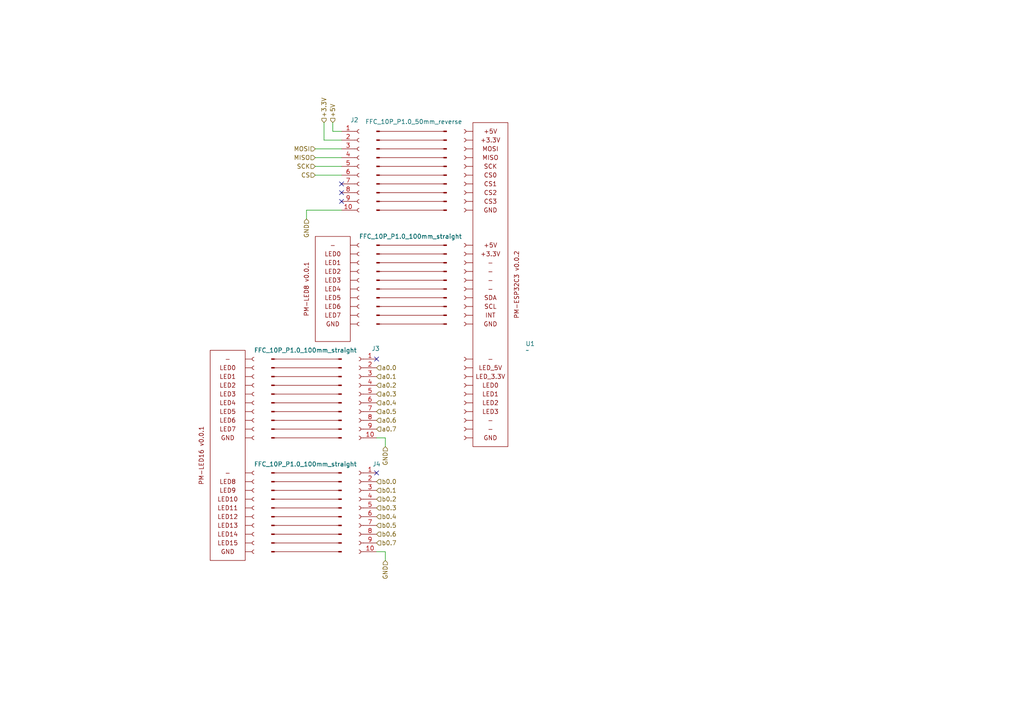
<source format=kicad_sch>
(kicad_sch (version 20231120) (generator "eeschema") (generator_version "8.0")
  (paper "A4")
  (lib_symbols
    (symbol "kicad_inventree_lib:AFA07-S10FCC-00" (pin_names (offset 1.016) hide)
      (property "Reference" "J" (at 0 12.7 0))
      (property "Value" "AFA07-S10FCC-00" (at 0 -15.24 0))
      (symbol "AFA07-S10FCC-00_1_1"
        (arc (start 0 -12.192) (mid -0.5058 -12.7) (end 0 -13.208) (stroke (width 0.1524)))
        (arc (start 0 -9.652) (mid -0.5058 -10.16) (end 0 -10.668) (stroke (width 0.1524)))
        (arc (start 0 -7.112) (mid -0.5058 -7.62) (end 0 -8.128) (stroke (width 0.1524)))
        (arc (start 0 -4.572) (mid -0.5058 -5.08) (end 0 -5.588) (stroke (width 0.1524)))
        (arc (start 0 -2.032) (mid -0.5058 -2.54) (end 0 -3.048) (stroke (width 0.1524)))
        (polyline (pts (xy -1.27 -12.7) (xy -0.508 -12.7)) (stroke (width 0.1524)))
        (polyline (pts (xy -1.27 -10.16) (xy -0.508 -10.16)) (stroke (width 0.1524)))
        (polyline (pts (xy -1.27 -7.62) (xy -0.508 -7.62)) (stroke (width 0.1524)))
        (polyline (pts (xy -1.27 -5.08) (xy -0.508 -5.08)) (stroke (width 0.1524)))
        (polyline (pts (xy -1.27 -2.54) (xy -0.508 -2.54)) (stroke (width 0.1524)))
        (polyline (pts (xy -1.27 0) (xy -0.508 0)) (stroke (width 0.1524)))
        (polyline (pts (xy -1.27 2.54) (xy -0.508 2.54)) (stroke (width 0.1524)))
        (polyline (pts (xy -1.27 5.08) (xy -0.508 5.08)) (stroke (width 0.1524)))
        (polyline (pts (xy -1.27 7.62) (xy -0.508 7.62)) (stroke (width 0.1524)))
        (polyline (pts (xy -1.27 10.16) (xy -0.508 10.16)) (stroke (width 0.1524)))
        (arc (start 0 0.508) (mid -0.5058 0) (end 0 -0.508) (stroke (width 0.1524)))
        (arc (start 0 3.048) (mid -0.5058 2.54) (end 0 2.032) (stroke (width 0.1524)))
        (arc (start 0 5.588) (mid -0.5058 5.08) (end 0 4.572) (stroke (width 0.1524)))
        (arc (start 0 8.128) (mid -0.5058 7.62) (end 0 7.112) (stroke (width 0.1524)))
        (arc (start 0 10.668) (mid -0.5058 10.16) (end 0 9.652) (stroke (width 0.1524)))
        (pin passive line (at -5.08 10.16 0) (length 3.81) (name "Pin_1") (number "1"))
        (pin passive line (at -5.08 -12.7 0) (length 3.81) (name "Pin_10") (number "10"))
        (pin passive line (at -5.08 7.62 0) (length 3.81) (name "Pin_2") (number "2"))
        (pin passive line (at -5.08 5.08 0) (length 3.81) (name "Pin_3") (number "3"))
        (pin passive line (at -5.08 2.54 0) (length 3.81) (name "Pin_4") (number "4"))
        (pin passive line (at -5.08 0 0) (length 3.81) (name "Pin_5") (number "5"))
        (pin passive line (at -5.08 -2.54 0) (length 3.81) (name "Pin_6") (number "6"))
        (pin passive line (at -5.08 -5.08 0) (length 3.81) (name "Pin_7") (number "7"))
        (pin passive line (at -5.08 -7.62 0) (length 3.81) (name "Pin_8") (number "8"))
        (pin passive line (at -5.08 -10.16 0) (length 3.81) (name "Pin_9") (number "9"))
      )
    )
    (symbol "kicad_inventree_lib:FFC_10P_P1.0_100mm_straight" (on_board no)
      (property "Reference" "J" (at 0 2.794 0))
      (property "Value" "FFC_10P_P1.0_100mm_straight" (at 0 0 0))
      (symbol "FFC_10P_P1.0_100mm_straight_0_1"
        (polyline (pts (xy -8.89 -25.4) (xy 8.89 -25.4)))
        (polyline (pts (xy -8.89 -22.86) (xy 8.89 -22.86)))
        (polyline (pts (xy -8.89 -20.32) (xy 8.89 -20.32)))
        (polyline (pts (xy -8.89 -17.78) (xy 8.89 -17.78)))
        (polyline (pts (xy -8.89 -15.24) (xy 8.89 -15.24)))
        (polyline (pts (xy -8.89 -12.7) (xy 8.89 -12.7)))
        (polyline (pts (xy -8.89 -10.16) (xy 8.89 -10.16)))
        (polyline (pts (xy -8.89 -7.62) (xy 8.89 -7.62)))
        (polyline (pts (xy -8.89 -5.08) (xy 8.89 -5.08)))
        (polyline (pts (xy -8.89 -2.54) (xy 8.89 -2.54)))
      )
      (symbol "FFC_10P_P1.0_100mm_straight_1_1"
        (rectangle (start -10.16 -25.273) (end -9.2964 -25.527) (stroke (width 0.1524)) (fill (type outline)))
        (rectangle (start -10.16 -22.733) (end -9.2964 -22.987) (stroke (width 0.1524)) (fill (type outline)))
        (rectangle (start -10.16 -20.193) (end -9.2964 -20.447) (stroke (width 0.1524)) (fill (type outline)))
        (rectangle (start -10.16 -17.653) (end -9.2964 -17.907) (stroke (width 0.1524)) (fill (type outline)))
        (rectangle (start -10.16 -15.113) (end -9.2964 -15.367) (stroke (width 0.1524)) (fill (type outline)))
        (rectangle (start -10.16 -12.573) (end -9.2964 -12.827) (stroke (width 0.1524)) (fill (type outline)))
        (rectangle (start -10.16 -10.033) (end -9.2964 -10.287) (stroke (width 0.1524)) (fill (type outline)))
        (rectangle (start -10.16 -7.493) (end -9.2964 -7.747) (stroke (width 0.1524)) (fill (type outline)))
        (rectangle (start -10.16 -4.953) (end -9.2964 -5.207) (stroke (width 0.1524)) (fill (type outline)))
        (rectangle (start -10.16 -2.413) (end -9.2964 -2.667) (stroke (width 0.1524)) (fill (type outline)))
        (polyline (pts (xy -8.89 -25.4) (xy -9.2964 -25.4)) (stroke (width 0.1524)))
        (polyline (pts (xy -8.89 -22.86) (xy -9.2964 -22.86)) (stroke (width 0.1524)))
        (polyline (pts (xy -8.89 -20.32) (xy -9.2964 -20.32)) (stroke (width 0.1524)))
        (polyline (pts (xy -8.89 -17.78) (xy -9.2964 -17.78)) (stroke (width 0.1524)))
        (polyline (pts (xy -8.89 -15.24) (xy -9.2964 -15.24)) (stroke (width 0.1524)))
        (polyline (pts (xy -8.89 -12.7) (xy -9.2964 -12.7)) (stroke (width 0.1524)))
        (polyline (pts (xy -8.89 -10.16) (xy -9.2964 -10.16)) (stroke (width 0.1524)))
        (polyline (pts (xy -8.89 -7.62) (xy -9.2964 -7.62)) (stroke (width 0.1524)))
        (polyline (pts (xy -8.89 -5.08) (xy -9.2964 -5.08)) (stroke (width 0.1524)))
        (polyline (pts (xy -8.89 -2.54) (xy -9.2964 -2.54)) (stroke (width 0.1524)))
        (polyline (pts (xy 8.89 -25.4) (xy 9.2964 -25.4)) (stroke (width 0.1524)))
        (polyline (pts (xy 8.89 -22.86) (xy 9.2964 -22.86)) (stroke (width 0.1524)))
        (polyline (pts (xy 8.89 -20.32) (xy 9.2964 -20.32)) (stroke (width 0.1524)))
        (polyline (pts (xy 8.89 -17.78) (xy 9.2964 -17.78)) (stroke (width 0.1524)))
        (polyline (pts (xy 8.89 -15.24) (xy 9.2964 -15.24)) (stroke (width 0.1524)))
        (polyline (pts (xy 8.89 -12.7) (xy 9.2964 -12.7)) (stroke (width 0.1524)))
        (polyline (pts (xy 8.89 -10.16) (xy 9.2964 -10.16)) (stroke (width 0.1524)))
        (polyline (pts (xy 8.89 -7.62) (xy 9.2964 -7.62)) (stroke (width 0.1524)))
        (polyline (pts (xy 8.89 -5.08) (xy 9.2964 -5.08)) (stroke (width 0.1524)))
        (polyline (pts (xy 8.89 -2.54) (xy 9.2964 -2.54)) (stroke (width 0.1524)))
        (rectangle (start 9.2964 -25.273) (end 10.16 -25.527) (stroke (width 0.1524)) (fill (type outline)))
        (rectangle (start 9.2964 -22.733) (end 10.16 -22.987) (stroke (width 0.1524)) (fill (type outline)))
        (rectangle (start 9.2964 -20.193) (end 10.16 -20.447) (stroke (width 0.1524)) (fill (type outline)))
        (rectangle (start 9.2964 -17.653) (end 10.16 -17.907) (stroke (width 0.1524)) (fill (type outline)))
        (rectangle (start 9.2964 -15.113) (end 10.16 -15.367) (stroke (width 0.1524)) (fill (type outline)))
        (rectangle (start 9.2964 -12.573) (end 10.16 -12.827) (stroke (width 0.1524)) (fill (type outline)))
        (rectangle (start 9.2964 -10.033) (end 10.16 -10.287) (stroke (width 0.1524)) (fill (type outline)))
        (rectangle (start 9.2964 -7.493) (end 10.16 -7.747) (stroke (width 0.1524)) (fill (type outline)))
        (rectangle (start 9.2964 -4.953) (end 10.16 -5.207) (stroke (width 0.1524)) (fill (type outline)))
        (rectangle (start 9.2964 -2.413) (end 10.16 -2.667) (stroke (width 0.1524)) (fill (type outline)))
      )
    )
    (symbol "kicad_inventree_lib:FFC_10P_P1.0_50mm_reverse" (on_board no)
      (property "Reference" "J" (at 0 2.794 0))
      (property "Value" "FFC_10P_P1.0_50mm_reverse" (at 0 0 0))
      (symbol "FFC_10P_P1.0_50mm_reverse_0_1"
        (polyline (pts (xy -8.89 -25.4) (xy 8.89 -25.4)))
        (polyline (pts (xy -8.89 -22.86) (xy 8.89 -22.86)))
        (polyline (pts (xy -8.89 -20.32) (xy 8.89 -20.32)))
        (polyline (pts (xy -8.89 -17.78) (xy 8.89 -17.78)))
        (polyline (pts (xy -8.89 -15.24) (xy 8.89 -15.24)))
        (polyline (pts (xy -8.89 -12.7) (xy 8.89 -12.7)))
        (polyline (pts (xy -8.89 -10.16) (xy 8.89 -10.16)))
        (polyline (pts (xy -8.89 -7.62) (xy 8.89 -7.62)))
        (polyline (pts (xy -8.89 -5.08) (xy 8.89 -5.08)))
        (polyline (pts (xy -8.89 -2.54) (xy 8.89 -2.54)))
      )
      (symbol "FFC_10P_P1.0_50mm_reverse_1_1"
        (rectangle (start -10.16 -25.273) (end -9.2964 -25.527) (stroke (width 0.1524)) (fill (type outline)))
        (rectangle (start -10.16 -22.733) (end -9.2964 -22.987) (stroke (width 0.1524)) (fill (type outline)))
        (rectangle (start -10.16 -20.193) (end -9.2964 -20.447) (stroke (width 0.1524)) (fill (type outline)))
        (rectangle (start -10.16 -17.653) (end -9.2964 -17.907) (stroke (width 0.1524)) (fill (type outline)))
        (rectangle (start -10.16 -15.113) (end -9.2964 -15.367) (stroke (width 0.1524)) (fill (type outline)))
        (rectangle (start -10.16 -12.573) (end -9.2964 -12.827) (stroke (width 0.1524)) (fill (type outline)))
        (rectangle (start -10.16 -10.033) (end -9.2964 -10.287) (stroke (width 0.1524)) (fill (type outline)))
        (rectangle (start -10.16 -7.493) (end -9.2964 -7.747) (stroke (width 0.1524)) (fill (type outline)))
        (rectangle (start -10.16 -4.953) (end -9.2964 -5.207) (stroke (width 0.1524)) (fill (type outline)))
        (rectangle (start -10.16 -2.413) (end -9.2964 -2.667) (stroke (width 0.1524)) (fill (type outline)))
        (polyline (pts (xy -8.89 -25.4) (xy -9.2964 -25.4)) (stroke (width 0.1524)))
        (polyline (pts (xy -8.89 -22.86) (xy -9.2964 -22.86)) (stroke (width 0.1524)))
        (polyline (pts (xy -8.89 -20.32) (xy -9.2964 -20.32)) (stroke (width 0.1524)))
        (polyline (pts (xy -8.89 -17.78) (xy -9.2964 -17.78)) (stroke (width 0.1524)))
        (polyline (pts (xy -8.89 -15.24) (xy -9.2964 -15.24)) (stroke (width 0.1524)))
        (polyline (pts (xy -8.89 -12.7) (xy -9.2964 -12.7)) (stroke (width 0.1524)))
        (polyline (pts (xy -8.89 -10.16) (xy -9.2964 -10.16)) (stroke (width 0.1524)))
        (polyline (pts (xy -8.89 -7.62) (xy -9.2964 -7.62)) (stroke (width 0.1524)))
        (polyline (pts (xy -8.89 -5.08) (xy -9.2964 -5.08)) (stroke (width 0.1524)))
        (polyline (pts (xy -8.89 -2.54) (xy -9.2964 -2.54)) (stroke (width 0.1524)))
        (polyline (pts (xy 8.89 -25.4) (xy 9.2964 -25.4)) (stroke (width 0.1524)))
        (polyline (pts (xy 8.89 -22.86) (xy 9.2964 -22.86)) (stroke (width 0.1524)))
        (polyline (pts (xy 8.89 -20.32) (xy 9.2964 -20.32)) (stroke (width 0.1524)))
        (polyline (pts (xy 8.89 -17.78) (xy 9.2964 -17.78)) (stroke (width 0.1524)))
        (polyline (pts (xy 8.89 -15.24) (xy 9.2964 -15.24)) (stroke (width 0.1524)))
        (polyline (pts (xy 8.89 -12.7) (xy 9.2964 -12.7)) (stroke (width 0.1524)))
        (polyline (pts (xy 8.89 -10.16) (xy 9.2964 -10.16)) (stroke (width 0.1524)))
        (polyline (pts (xy 8.89 -7.62) (xy 9.2964 -7.62)) (stroke (width 0.1524)))
        (polyline (pts (xy 8.89 -5.08) (xy 9.2964 -5.08)) (stroke (width 0.1524)))
        (polyline (pts (xy 8.89 -2.54) (xy 9.2964 -2.54)) (stroke (width 0.1524)))
        (rectangle (start 9.2964 -25.273) (end 10.16 -25.527) (stroke (width 0.1524)) (fill (type outline)))
        (rectangle (start 9.2964 -22.733) (end 10.16 -22.987) (stroke (width 0.1524)) (fill (type outline)))
        (rectangle (start 9.2964 -20.193) (end 10.16 -20.447) (stroke (width 0.1524)) (fill (type outline)))
        (rectangle (start 9.2964 -17.653) (end 10.16 -17.907) (stroke (width 0.1524)) (fill (type outline)))
        (rectangle (start 9.2964 -15.113) (end 10.16 -15.367) (stroke (width 0.1524)) (fill (type outline)))
        (rectangle (start 9.2964 -12.573) (end 10.16 -12.827) (stroke (width 0.1524)) (fill (type outline)))
        (rectangle (start 9.2964 -10.033) (end 10.16 -10.287) (stroke (width 0.1524)) (fill (type outline)))
        (rectangle (start 9.2964 -7.493) (end 10.16 -7.747) (stroke (width 0.1524)) (fill (type outline)))
        (rectangle (start 9.2964 -4.953) (end 10.16 -5.207) (stroke (width 0.1524)) (fill (type outline)))
        (rectangle (start 9.2964 -2.413) (end 10.16 -2.667) (stroke (width 0.1524)) (fill (type outline)))
      )
    )
    (symbol "kicad_inventree_lib:PM-ESP32C3_v0.0.2"
      (property "Reference" "U" (at 10.16 -49.53 0))
      (symbol "PM-ESP32C3_v0.0.2_0_1"
        (rectangle (start -5.08 -2.54) (end 5.08 -96.52))
      )
      (symbol "PM-ESP32C3_v0.0.2_1_1"
        (arc (start -7.6178 -94.488) (mid -7.112 -93.98) (end -7.6178 -93.472) (stroke (width 0.1524)))
        (arc (start -7.6178 -91.948) (mid -7.112 -91.44) (end -7.6178 -90.932) (stroke (width 0.1524)))
        (arc (start -7.6178 -89.408) (mid -7.112 -88.9) (end -7.6178 -88.392) (stroke (width 0.1524)))
        (arc (start -7.6178 -86.868) (mid -7.112 -86.36) (end -7.6178 -85.852) (stroke (width 0.1524)))
        (arc (start -7.6178 -84.328) (mid -7.112 -83.82) (end -7.6178 -83.312) (stroke (width 0.1524)))
        (arc (start -7.6178 -81.788) (mid -7.112 -81.28) (end -7.6178 -80.772) (stroke (width 0.1524)))
        (arc (start -7.6178 -79.248) (mid -7.112 -78.74) (end -7.6178 -78.232) (stroke (width 0.1524)))
        (arc (start -7.6178 -76.708) (mid -7.112 -76.2) (end -7.6178 -75.692) (stroke (width 0.1524)))
        (arc (start -7.6178 -74.168) (mid -7.112 -73.66) (end -7.6178 -73.152) (stroke (width 0.1524)))
        (arc (start -7.6178 -71.628) (mid -7.112 -71.12) (end -7.6178 -70.612) (stroke (width 0.1524)))
        (arc (start -7.6178 -61.468) (mid -7.112 -60.96) (end -7.6178 -60.452) (stroke (width 0.1524)))
        (arc (start -7.6178 -58.928) (mid -7.112 -58.42) (end -7.6178 -57.912) (stroke (width 0.1524)))
        (arc (start -7.6178 -56.388) (mid -7.112 -55.88) (end -7.6178 -55.372) (stroke (width 0.1524)))
        (arc (start -7.6178 -53.848) (mid -7.112 -53.34) (end -7.6178 -52.832) (stroke (width 0.1524)))
        (arc (start -7.6178 -51.308) (mid -7.112 -50.8) (end -7.6178 -50.292) (stroke (width 0.1524)))
        (arc (start -7.6178 -48.768) (mid -7.112 -48.26) (end -7.6178 -47.752) (stroke (width 0.1524)))
        (arc (start -7.6178 -46.228) (mid -7.112 -45.72) (end -7.6178 -45.212) (stroke (width 0.1524)))
        (arc (start -7.6178 -43.688) (mid -7.112 -43.18) (end -7.6178 -42.672) (stroke (width 0.1524)))
        (arc (start -7.6178 -41.148) (mid -7.112 -40.64) (end -7.6178 -40.132) (stroke (width 0.1524)))
        (arc (start -7.6178 -38.608) (mid -7.112 -38.1) (end -7.6178 -37.592) (stroke (width 0.1524)))
        (arc (start -7.6178 -28.448) (mid -7.112 -27.94) (end -7.6178 -27.432) (stroke (width 0.1524)))
        (arc (start -7.6178 -25.908) (mid -7.112 -25.4) (end -7.6178 -24.892) (stroke (width 0.1524)))
        (arc (start -7.6178 -23.368) (mid -7.112 -22.86) (end -7.6178 -22.352) (stroke (width 0.1524)))
        (arc (start -7.6178 -20.828) (mid -7.112 -20.32) (end -7.6178 -19.812) (stroke (width 0.1524)))
        (arc (start -7.6178 -18.288) (mid -7.112 -17.78) (end -7.6178 -17.272) (stroke (width 0.1524)))
        (arc (start -7.6178 -15.748) (mid -7.112 -15.24) (end -7.6178 -14.732) (stroke (width 0.1524)))
        (arc (start -7.6178 -13.208) (mid -7.112 -12.7) (end -7.6178 -12.192) (stroke (width 0.1524)))
        (arc (start -7.6178 -10.668) (mid -7.112 -10.16) (end -7.6178 -9.652) (stroke (width 0.1524)))
        (arc (start -7.6178 -8.128) (mid -7.112 -7.62) (end -7.6178 -7.112) (stroke (width 0.1524)))
        (arc (start -7.6178 -5.588) (mid -7.112 -5.08) (end -7.6178 -4.572) (stroke (width 0.1524)))
        (polyline (pts (xy -5.08 -93.98) (xy -7.1098 -93.98)) (stroke (width 0.1524)))
        (polyline (pts (xy -5.08 -91.44) (xy -7.1098 -91.44)) (stroke (width 0.1524)))
        (polyline (pts (xy -5.08 -88.9) (xy -7.1098 -88.9)) (stroke (width 0.1524)))
        (polyline (pts (xy -5.08 -86.36) (xy -7.1098 -86.36)) (stroke (width 0.1524)))
        (polyline (pts (xy -5.08 -83.82) (xy -7.1098 -83.82)) (stroke (width 0.1524)))
        (polyline (pts (xy -5.08 -81.28) (xy -7.1098 -81.28)) (stroke (width 0.1524)))
        (polyline (pts (xy -5.08 -78.74) (xy -7.1098 -78.74)) (stroke (width 0.1524)))
        (polyline (pts (xy -5.08 -76.2) (xy -7.1098 -76.2)) (stroke (width 0.1524)))
        (polyline (pts (xy -5.08 -73.66) (xy -7.1098 -73.66)) (stroke (width 0.1524)))
        (polyline (pts (xy -5.08 -71.12) (xy -7.1098 -71.12)) (stroke (width 0.1524)))
        (polyline (pts (xy -5.08 -60.96) (xy -7.1098 -60.96)) (stroke (width 0.1524)))
        (polyline (pts (xy -5.08 -58.42) (xy -7.1098 -58.42)) (stroke (width 0.1524)))
        (polyline (pts (xy -5.08 -55.88) (xy -7.1098 -55.88)) (stroke (width 0.1524)))
        (polyline (pts (xy -5.08 -53.34) (xy -7.1098 -53.34)) (stroke (width 0.1524)))
        (polyline (pts (xy -5.08 -50.8) (xy -7.1098 -50.8)) (stroke (width 0.1524)))
        (polyline (pts (xy -5.08 -48.26) (xy -7.1098 -48.26)) (stroke (width 0.1524)))
        (polyline (pts (xy -5.08 -45.72) (xy -7.1098 -45.72)) (stroke (width 0.1524)))
        (polyline (pts (xy -5.08 -43.18) (xy -7.1098 -43.18)) (stroke (width 0.1524)))
        (polyline (pts (xy -5.08 -40.64) (xy -7.1098 -40.64)) (stroke (width 0.1524)))
        (polyline (pts (xy -5.08 -38.1) (xy -7.1098 -38.1)) (stroke (width 0.1524)))
        (polyline (pts (xy -5.08 -27.94) (xy -7.1098 -27.94)) (stroke (width 0.1524)))
        (polyline (pts (xy -5.08 -25.4) (xy -7.1098 -25.4)) (stroke (width 0.1524)))
        (polyline (pts (xy -5.08 -22.86) (xy -7.1098 -22.86)) (stroke (width 0.1524)))
        (polyline (pts (xy -5.08 -20.32) (xy -7.1098 -20.32)) (stroke (width 0.1524)))
        (polyline (pts (xy -5.08 -17.78) (xy -7.1098 -17.78)) (stroke (width 0.1524)))
        (polyline (pts (xy -5.08 -15.24) (xy -7.1098 -15.24)) (stroke (width 0.1524)))
        (polyline (pts (xy -5.08 -12.7) (xy -7.1098 -12.7)) (stroke (width 0.1524)))
        (polyline (pts (xy -5.08 -10.16) (xy -7.1098 -10.16)) (stroke (width 0.1524)))
        (polyline (pts (xy -5.08 -7.62) (xy -7.1098 -7.62)) (stroke (width 0.1524)))
        (polyline (pts (xy -5.08 -5.08) (xy -7.1098 -5.08)) (stroke (width 0.1524)))
        (text "+3.3V" (at 0 -40.64 0) (effects (font (size 1.27 1.27))))
        (text "+3.3V" (at 0 -7.62 0) (effects (font (size 1.27 1.27))))
        (text "+5V" (at 0 -38.1 0) (effects (font (size 1.27 1.27))))
        (text "+5V" (at 0 -5.08 0) (effects (font (size 1.27 1.27))))
        (text "-" (at 0 -91.44 0) (effects (font (size 1.27 1.27))))
        (text "-" (at 0 -88.9 0) (effects (font (size 1.27 1.27))))
        (text "-" (at 0 -71.12 0) (effects (font (size 1.27 1.27))))
        (text "-" (at 0 -50.8 0) (effects (font (size 1.27 1.27))))
        (text "-" (at 0 -48.26 0) (effects (font (size 1.27 1.27))))
        (text "-" (at 0 -45.72 0) (effects (font (size 1.27 1.27))))
        (text "-" (at 0 -43.18 0) (effects (font (size 1.27 1.27))))
        (text "CS0" (at 0 -17.78 0) (effects (font (size 1.27 1.27))))
        (text "CS1" (at 0 -20.32 0) (effects (font (size 1.27 1.27))))
        (text "CS2" (at 0 -22.86 0) (effects (font (size 1.27 1.27))))
        (text "CS3" (at 0 -25.4 0) (effects (font (size 1.27 1.27))))
        (text "GND" (at 0 -93.98 0) (effects (font (size 1.27 1.27))))
        (text "GND" (at 0 -60.96 0) (effects (font (size 1.27 1.27))))
        (text "GND" (at 0 -27.94 0) (effects (font (size 1.27 1.27))))
        (text "INT" (at 0 -58.42 0) (effects (font (size 1.27 1.27))))
        (text "LED0" (at 0 -78.74 0) (effects (font (size 1.27 1.27))))
        (text "LED1" (at 0 -81.28 0) (effects (font (size 1.27 1.27))))
        (text "LED2" (at 0 -83.82 0) (effects (font (size 1.27 1.27))))
        (text "LED3" (at 0 -86.36 0) (effects (font (size 1.27 1.27))))
        (text "LED_3.3V" (at 0 -76.2 0) (effects (font (size 1.27 1.27))))
        (text "LED_5V" (at 0 -73.66 0) (effects (font (size 1.27 1.27))))
        (text "MISO" (at 0 -12.7 0) (effects (font (size 1.27 1.27))))
        (text "MOSI" (at 0 -10.16 0) (effects (font (size 1.27 1.27))))
        (text "PM-ESP32C3 v0.0.2" (at 7.62 -49.53 900) (effects (font (size 1.27 1.27))))
        (text "SCK" (at 0 -15.24 0) (effects (font (size 1.27 1.27))))
        (text "SCL" (at 0 -55.88 0) (effects (font (size 1.27 1.27))))
        (text "SDA" (at 0 -53.34 0) (effects (font (size 1.27 1.27))))
      )
    )
    (symbol "kicad_inventree_lib:PM-LED16_v0.0.1"
      (property "Reference" "U" (at 0 2.54 0))
      (property "Value" "PM-LED16_v0.0.1" (at 0 0 0))
      (symbol "PM-LED16_v0.0.1_0_1"
        (rectangle (start -5.08 -2.54) (end 5.08 -63.5))
      )
      (symbol "PM-LED16_v0.0.1_1_1"
        (polyline (pts (xy 5.08 -60.96) (xy 7.1098 -60.96)) (stroke (width 0.1524)))
        (polyline (pts (xy 5.08 -58.42) (xy 7.1098 -58.42)) (stroke (width 0.1524)))
        (polyline (pts (xy 5.08 -55.88) (xy 7.1098 -55.88)) (stroke (width 0.1524)))
        (polyline (pts (xy 5.08 -53.34) (xy 7.1098 -53.34)) (stroke (width 0.1524)))
        (polyline (pts (xy 5.08 -50.8) (xy 7.1098 -50.8)) (stroke (width 0.1524)))
        (polyline (pts (xy 5.08 -48.26) (xy 7.1098 -48.26)) (stroke (width 0.1524)))
        (polyline (pts (xy 5.08 -45.72) (xy 7.1098 -45.72)) (stroke (width 0.1524)))
        (polyline (pts (xy 5.08 -43.18) (xy 7.1098 -43.18)) (stroke (width 0.1524)))
        (polyline (pts (xy 5.08 -40.64) (xy 7.1098 -40.64)) (stroke (width 0.1524)))
        (polyline (pts (xy 5.08 -38.1) (xy 7.1098 -38.1)) (stroke (width 0.1524)))
        (polyline (pts (xy 5.08 -27.94) (xy 7.1098 -27.94)) (stroke (width 0.1524)))
        (polyline (pts (xy 5.08 -25.4) (xy 7.1098 -25.4)) (stroke (width 0.1524)))
        (polyline (pts (xy 5.08 -22.86) (xy 7.1098 -22.86)) (stroke (width 0.1524)))
        (polyline (pts (xy 5.08 -20.32) (xy 7.1098 -20.32)) (stroke (width 0.1524)))
        (polyline (pts (xy 5.08 -17.78) (xy 7.1098 -17.78)) (stroke (width 0.1524)))
        (polyline (pts (xy 5.08 -15.24) (xy 7.1098 -15.24)) (stroke (width 0.1524)))
        (polyline (pts (xy 5.08 -12.7) (xy 7.1098 -12.7)) (stroke (width 0.1524)))
        (polyline (pts (xy 5.08 -10.16) (xy 7.1098 -10.16)) (stroke (width 0.1524)))
        (polyline (pts (xy 5.08 -7.62) (xy 7.1098 -7.62)) (stroke (width 0.1524)))
        (polyline (pts (xy 5.08 -5.08) (xy 7.1098 -5.08)) (stroke (width 0.1524)))
        (arc (start 7.6178 -60.452) (mid 7.112 -60.96) (end 7.6178 -61.468) (stroke (width 0.1524)))
        (arc (start 7.6178 -57.912) (mid 7.112 -58.42) (end 7.6178 -58.928) (stroke (width 0.1524)))
        (arc (start 7.6178 -55.372) (mid 7.112 -55.88) (end 7.6178 -56.388) (stroke (width 0.1524)))
        (arc (start 7.6178 -52.832) (mid 7.112 -53.34) (end 7.6178 -53.848) (stroke (width 0.1524)))
        (arc (start 7.6178 -50.292) (mid 7.112 -50.8) (end 7.6178 -51.308) (stroke (width 0.1524)))
        (arc (start 7.6178 -47.752) (mid 7.112 -48.26) (end 7.6178 -48.768) (stroke (width 0.1524)))
        (arc (start 7.6178 -45.212) (mid 7.112 -45.72) (end 7.6178 -46.228) (stroke (width 0.1524)))
        (arc (start 7.6178 -42.672) (mid 7.112 -43.18) (end 7.6178 -43.688) (stroke (width 0.1524)))
        (arc (start 7.6178 -40.132) (mid 7.112 -40.64) (end 7.6178 -41.148) (stroke (width 0.1524)))
        (arc (start 7.6178 -37.592) (mid 7.112 -38.1) (end 7.6178 -38.608) (stroke (width 0.1524)))
        (arc (start 7.6178 -27.432) (mid 7.112 -27.94) (end 7.6178 -28.448) (stroke (width 0.1524)))
        (arc (start 7.6178 -24.892) (mid 7.112 -25.4) (end 7.6178 -25.908) (stroke (width 0.1524)))
        (arc (start 7.6178 -22.352) (mid 7.112 -22.86) (end 7.6178 -23.368) (stroke (width 0.1524)))
        (arc (start 7.6178 -19.812) (mid 7.112 -20.32) (end 7.6178 -20.828) (stroke (width 0.1524)))
        (arc (start 7.6178 -17.272) (mid 7.112 -17.78) (end 7.6178 -18.288) (stroke (width 0.1524)))
        (arc (start 7.6178 -14.732) (mid 7.112 -15.24) (end 7.6178 -15.748) (stroke (width 0.1524)))
        (arc (start 7.6178 -12.192) (mid 7.112 -12.7) (end 7.6178 -13.208) (stroke (width 0.1524)))
        (arc (start 7.6178 -9.652) (mid 7.112 -10.16) (end 7.6178 -10.668) (stroke (width 0.1524)))
        (arc (start 7.6178 -7.112) (mid 7.112 -7.62) (end 7.6178 -8.128) (stroke (width 0.1524)))
        (arc (start 7.6178 -4.572) (mid 7.112 -5.08) (end 7.6178 -5.588) (stroke (width 0.1524)))
        (text "-" (at 0 -38.1 0) (effects (font (size 1.27 1.27))))
        (text "-" (at 0 -5.08 0) (effects (font (size 1.27 1.27))))
        (text "GND" (at 0 -60.96 0) (effects (font (size 1.27 1.27))))
        (text "GND" (at 0 -27.94 0) (effects (font (size 1.27 1.27))))
        (text "LED0" (at 0 -7.62 0) (effects (font (size 1.27 1.27))))
        (text "LED1" (at 0 -10.16 0) (effects (font (size 1.27 1.27))))
        (text "LED10" (at 0 -45.72 0) (effects (font (size 1.27 1.27))))
        (text "LED11" (at 0 -48.26 0) (effects (font (size 1.27 1.27))))
        (text "LED12" (at 0 -50.8 0) (effects (font (size 1.27 1.27))))
        (text "LED13" (at 0 -53.34 0) (effects (font (size 1.27 1.27))))
        (text "LED14" (at 0 -55.88 0) (effects (font (size 1.27 1.27))))
        (text "LED15" (at 0 -58.42 0) (effects (font (size 1.27 1.27))))
        (text "LED2" (at 0 -12.7 0) (effects (font (size 1.27 1.27))))
        (text "LED3" (at 0 -15.24 0) (effects (font (size 1.27 1.27))))
        (text "LED4" (at 0 -17.78 0) (effects (font (size 1.27 1.27))))
        (text "LED5" (at 0 -20.32 0) (effects (font (size 1.27 1.27))))
        (text "LED6" (at 0 -22.86 0) (effects (font (size 1.27 1.27))))
        (text "LED7" (at 0 -25.4 0) (effects (font (size 1.27 1.27))))
        (text "LED8" (at 0 -40.64 0) (effects (font (size 1.27 1.27))))
        (text "LED9" (at 0 -43.18 0) (effects (font (size 1.27 1.27))))
        (text "PM-LED16 v0.0.1" (at -7.62 -33.02 900) (effects (font (size 1.27 1.27))))
      )
    )
    (symbol "kicad_inventree_lib:PM-LED8_v0.0.1"
      (property "Reference" "U" (at 0 2.54 0))
      (property "Value" "PM-LED8_v0.0.1" (at 0 0 0))
      (symbol "PM-LED8_v0.0.1_0_1"
        (rectangle (start -5.08 -2.54) (end 5.08 -33.02))
      )
      (symbol "PM-LED8_v0.0.1_1_1"
        (polyline (pts (xy 5.08 -27.94) (xy 7.1098 -27.94)) (stroke (width 0.1524)))
        (polyline (pts (xy 5.08 -25.4) (xy 7.1098 -25.4)) (stroke (width 0.1524)))
        (polyline (pts (xy 5.08 -22.86) (xy 7.1098 -22.86)) (stroke (width 0.1524)))
        (polyline (pts (xy 5.08 -20.32) (xy 7.1098 -20.32)) (stroke (width 0.1524)))
        (polyline (pts (xy 5.08 -17.78) (xy 7.1098 -17.78)) (stroke (width 0.1524)))
        (polyline (pts (xy 5.08 -15.24) (xy 7.1098 -15.24)) (stroke (width 0.1524)))
        (polyline (pts (xy 5.08 -12.7) (xy 7.1098 -12.7)) (stroke (width 0.1524)))
        (polyline (pts (xy 5.08 -10.16) (xy 7.1098 -10.16)) (stroke (width 0.1524)))
        (polyline (pts (xy 5.08 -7.62) (xy 7.1098 -7.62)) (stroke (width 0.1524)))
        (polyline (pts (xy 5.08 -5.08) (xy 7.1098 -5.08)) (stroke (width 0.1524)))
        (arc (start 7.6178 -27.432) (mid 7.112 -27.94) (end 7.6178 -28.448) (stroke (width 0.1524)))
        (arc (start 7.6178 -24.892) (mid 7.112 -25.4) (end 7.6178 -25.908) (stroke (width 0.1524)))
        (arc (start 7.6178 -22.352) (mid 7.112 -22.86) (end 7.6178 -23.368) (stroke (width 0.1524)))
        (arc (start 7.6178 -19.812) (mid 7.112 -20.32) (end 7.6178 -20.828) (stroke (width 0.1524)))
        (arc (start 7.6178 -17.272) (mid 7.112 -17.78) (end 7.6178 -18.288) (stroke (width 0.1524)))
        (arc (start 7.6178 -14.732) (mid 7.112 -15.24) (end 7.6178 -15.748) (stroke (width 0.1524)))
        (arc (start 7.6178 -12.192) (mid 7.112 -12.7) (end 7.6178 -13.208) (stroke (width 0.1524)))
        (arc (start 7.6178 -9.652) (mid 7.112 -10.16) (end 7.6178 -10.668) (stroke (width 0.1524)))
        (arc (start 7.6178 -7.112) (mid 7.112 -7.62) (end 7.6178 -8.128) (stroke (width 0.1524)))
        (arc (start 7.6178 -4.572) (mid 7.112 -5.08) (end 7.6178 -5.588) (stroke (width 0.1524)))
        (text "-" (at 0 -5.08 0) (effects (font (size 1.27 1.27))))
        (text "GND" (at 0 -27.94 0) (effects (font (size 1.27 1.27))))
        (text "LED0" (at 0 -7.62 0) (effects (font (size 1.27 1.27))))
        (text "LED1" (at 0 -10.16 0) (effects (font (size 1.27 1.27))))
        (text "LED2" (at 0 -12.7 0) (effects (font (size 1.27 1.27))))
        (text "LED3" (at 0 -15.24 0) (effects (font (size 1.27 1.27))))
        (text "LED4" (at 0 -17.78 0) (effects (font (size 1.27 1.27))))
        (text "LED5" (at 0 -20.32 0) (effects (font (size 1.27 1.27))))
        (text "LED6" (at 0 -22.86 0) (effects (font (size 1.27 1.27))))
        (text "LED7" (at 0 -25.4 0) (effects (font (size 1.27 1.27))))
        (text "PM-LED8 v0.0.1" (at -7.62 -17.78 900) (effects (font (size 1.27 1.27))))
      )
    )
  )
  (no_connect (at 99.06 58.42))
  (no_connect (at 99.06 55.88))
  (no_connect (at 99.06 53.34))
  (no_connect (at 109.22 104.14))
  (no_connect (at 109.22 137.16))
  (wire (pts (xy 93.98 40.64) (xy 93.98 35.56)))
  (wire (pts (xy 96.52 38.1) (xy 99.06 38.1)))
  (wire (pts (xy 99.06 40.64) (xy 93.98 40.64)))
  (wire (pts (xy 91.44 43.18) (xy 99.06 43.18)))
  (wire (pts (xy 96.52 35.56) (xy 96.52 38.1)))
  (wire (pts (xy 88.9 60.96) (xy 99.06 60.96)))
  (wire (pts (xy 91.44 50.8) (xy 99.06 50.8)))
  (wire (pts (xy 91.44 45.72) (xy 99.06 45.72)))
  (wire (pts (xy 111.76 160.02) (xy 111.76 162.56)))
  (wire (pts (xy 88.9 63.5) (xy 88.9 60.96)))
  (wire (pts (xy 91.44 48.26) (xy 99.06 48.26)))
  (wire (pts (xy 109.22 127) (xy 111.76 127)))
  (wire (pts (xy 109.22 160.02) (xy 111.76 160.02)))
  (wire (pts (xy 111.76 127) (xy 111.76 129.54)))
  (hierarchical_label "b0.4" (shape input) (at 109.22 149.86 0))
  (hierarchical_label "b0.7" (shape input) (at 109.22 157.48 0))
  (hierarchical_label "GND" (shape input) (at 111.76 129.54 270))
  (hierarchical_label "b0.0" (shape input) (at 109.22 139.7 0))
  (hierarchical_label "b0.5" (shape input) (at 109.22 152.4 0))
  (hierarchical_label "a0.4" (shape input) (at 109.22 116.84 0))
  (hierarchical_label "b0.3" (shape input) (at 109.22 147.32 0))
  (hierarchical_label "a0.1" (shape input) (at 109.22 109.22 0))
  (hierarchical_label "MISO" (shape input) (at 91.44 45.72 180))
  (hierarchical_label "b0.2" (shape input) (at 109.22 144.78 0))
  (hierarchical_label "CS" (shape input) (at 91.44 50.8 180))
  (hierarchical_label "a0.3" (shape input) (at 109.22 114.3 0))
  (hierarchical_label "b0.1" (shape input) (at 109.22 142.24 0))
  (hierarchical_label "MOSI" (shape input) (at 91.44 43.18 180))
  (hierarchical_label "a0.2" (shape input) (at 109.22 111.76 0))
  (hierarchical_label "a0.5" (shape input) (at 109.22 119.38 0))
  (hierarchical_label "GND" (shape input) (at 111.76 162.56 270))
  (hierarchical_label "+3.3V" (shape input) (at 93.98 35.56 90))
  (hierarchical_label "+5V" (shape input) (at 96.52 35.56 90))
  (hierarchical_label "b0.6" (shape input) (at 109.22 154.94 0))
  (hierarchical_label "a0.0" (shape input) (at 109.22 106.68 0))
  (hierarchical_label "GND" (shape input) (at 88.9 63.5 270))
  (hierarchical_label "a0.7" (shape input) (at 109.22 124.46 0))
  (hierarchical_label "a0.6" (shape input) (at 109.22 121.92 0))
  (hierarchical_label "SCK" (shape input) (at 91.44 48.26 180))
  (symbol (lib_id "kicad_inventree_lib:AFA07-S10FCC-00") (at 104.14 147.32 0) (mirror y) (unit 1)
    (property "Reference" "J4" (at 109.22 134.62 0))
    (property "Value" "AFA07-S10FCC-00" (effects (hide yes)))
    (property "Footprint" "kicad_inventree_lib:CONN10_AFA07-S10_JUS" (effects (hide yes)))
    (property "Datasheet" "http://inventree.network/part/170/" (effects (hide yes)))
    (property "Description" "Generic connector, single row, 01x10, script generated" (effects (hide yes)))
    (property "part_ipn" "AFA07-S10FCC-00" (effects (hide yes)))
  )
  (symbol (lib_id "kicad_inventree_lib:FFC_10P_P1.0_100mm_straight") (at 88.9 101.6 0) (unit 1) (on_board no)
    (property "Reference" "J7" (effects (hide yes)))
    (property "Value" "FFC_10P_P1.0_100mm_straight" (at 73.66 101.6 0) (effects (justify left)))
    (property "Datasheet" "http://inventree.network/part/172/" (effects (hide yes)))
    (property "part_ipn" "FFC_10P_P1.0_100mm_straight" (effects (hide yes)))
  )
  (symbol (lib_id "kicad_inventree_lib:PM-LED8_v0.0.1") (at 96.52 66.04 0) (unit 1) (on_board no)
    (property "Reference" "U11" (effects (hide yes)))
    (property "Value" "PM-LED8_v0.0.1" (effects (hide yes)))
    (property "Footprint" "kicad_inventree_lib:PM-LED_v0.0.1" (effects (hide yes)))
    (property "part_ipn" "PM-LED8_v0.0.1" (effects (hide yes)))
  )
  (symbol (lib_id "kicad_inventree_lib:FFC_10P_P1.0_50mm_reverse") (at 119.38 35.56 0) (unit 1) (on_board no)
    (property "Reference" "J5" (effects (hide yes)))
    (property "Value" "FFC_10P_P1.0_50mm_reverse" (at 105.918 35.306 0) (effects (justify left)))
    (property "Datasheet" "http://inventree.network/part/171/" (effects (hide yes)))
    (property "part_ipn" "FFC_10P_P1.0_50mm_reverse" (effects (hide yes)))
  )
  (symbol (lib_id "kicad_inventree_lib:FFC_10P_P1.0_100mm_straight") (at 119.38 68.58 0) (unit 1) (on_board no)
    (property "Reference" "J6" (effects (hide yes)))
    (property "Value" "FFC_10P_P1.0_100mm_straight" (at 104.14 68.58 0) (effects (justify left)))
    (property "Datasheet" "http://inventree.network/part/172/" (effects (hide yes)))
    (property "part_ipn" "FFC_10P_P1.0_100mm_straight" (effects (hide yes)))
  )
  (symbol (lib_id "kicad_inventree_lib:PM-LED16_v0.0.1") (at 66.04 99.06 0) (unit 1)
    (property "Reference" "U12" (effects (hide yes)))
    (property "Value" "PM-LED16_v0.0.1" (effects (hide yes)))
    (property "Footprint" "kicad_inventree_lib:PM-LED_v0.0.1" (effects (hide yes)))
    (property "part_ipn" "PM-LED16_v0.0.1" (effects (hide yes)))
  )
  (symbol (lib_id "kicad_inventree_lib:AFA07-S10FCC-00") (at 104.14 114.3 0) (mirror y) (unit 1)
    (property "Reference" "J3" (at 108.966 101.092 0))
    (property "Value" "AFA07-S10FCC-00" (effects (hide yes)))
    (property "Footprint" "kicad_inventree_lib:CONN10_AFA07-S10_JUS" (effects (hide yes)))
    (property "Datasheet" "http://inventree.network/part/170/" (effects (hide yes)))
    (property "Description" "Generic connector, single row, 01x10, script generated" (effects (hide yes)))
    (property "part_ipn" "AFA07-S10FCC-00" (effects (hide yes)))
  )
  (symbol (lib_id "kicad_inventree_lib:AFA07-S10FCC-00") (at 104.14 48.26 0) (unit 1)
    (property "Reference" "J2" (at 101.6 34.798 0) (effects (justify left)))
    (property "Value" "AFA07-S10FCC-00" (effects (hide yes)))
    (property "Footprint" "kicad_inventree_lib:CONN10_AFA07-S10_JUS" (effects (hide yes)))
    (property "Datasheet" "http://inventree.network/part/170/" (effects (hide yes)))
    (property "Description" "Generic connector, single row, 01x10, script generated" (effects (hide yes)))
    (property "part_ipn" "AFA07-S10FCC-00" (effects (hide yes)))
  )
  (symbol (lib_id "kicad_inventree_lib:PM-ESP32C3_v0.0.2") (at 142.24 33.02 0) (unit 1)
    (property "Reference" "U1" (at 152.4 99.6949 0) (effects (justify left)))
    (property "Value" "~" (at 152.4 101.6 0) (effects (justify left)))
    (property "Footprint" "kicad_inventree_lib:PM-ESP32C3_v0.0.2" (effects (hide yes)))
    (property "part_ipn" "PM-ESP32C3_v0.0.2" (effects (hide yes)))
  )
  (symbol (lib_id "kicad_inventree_lib:FFC_10P_P1.0_100mm_straight") (at 88.9 134.62 0) (unit 1) (on_board no)
    (property "Reference" "J8" (effects (hide yes)))
    (property "Value" "FFC_10P_P1.0_100mm_straight" (at 73.66 134.62 0) (effects (justify left)))
    (property "Datasheet" "http://inventree.network/part/172/" (effects (hide yes)))
    (property "part_ipn" "FFC_10P_P1.0_100mm_straight" (effects (hide yes)))
  )
)
</source>
